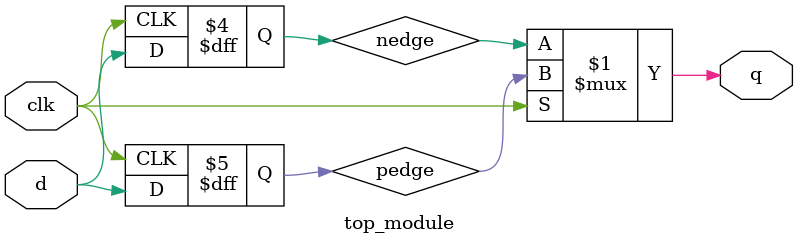
<source format=v>
module top_module (
    input clk,
    input d,
    output q
);
    reg pedge, nedge;
    
    assign q = clk ? pedge : nedge;
    
    always @(posedge clk) begin
        pedge <= d;
    end
    
    always @(negedge clk) begin
        nedge <= d;
    end

endmodule

</source>
